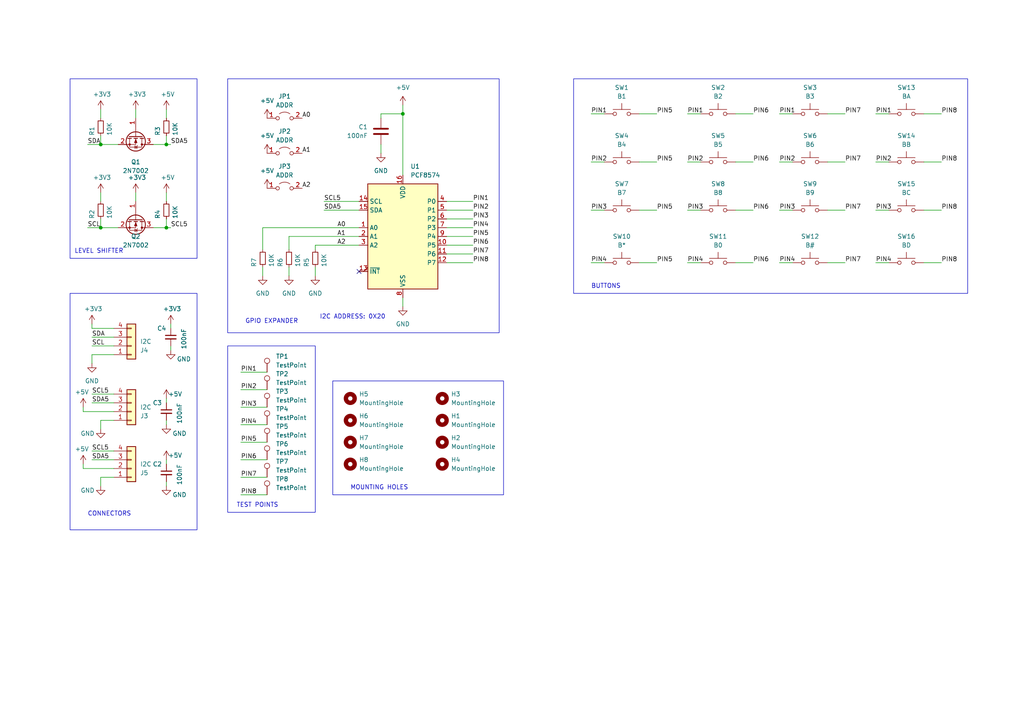
<source format=kicad_sch>
(kicad_sch (version 20230121) (generator eeschema)
  (paper "A4")
  (title_block (title "I2C KEYPAD") (comment 1 "ESTEBAN CORREDOR") (comment 2 "DOENEC@GMAIL.COM"))
  (lib_symbols
    (symbol "Connector:TestPoint" (pin_numbers hide) (pin_names (offset 0.762) hide)
      (property "Reference" "TP" (at 0 6.858 0))
      (property "Value" "TestPoint" (at 0 5.08 0))
      (symbol "TestPoint_0_1"
        (circle (center 0 3.302) (radius 0.762))
      )
      (symbol "TestPoint_1_1"
        (pin passive line (at 0 0 90) (length 2.54) (name "1") (number "1"))
      )
    )
    (symbol "Connector_Generic:Conn_01x04" (pin_names (offset 1.016) hide)
      (property "Reference" "J" (at 0 5.08 0))
      (property "Value" "Conn_01x04" (at 0 -7.62 0))
      (symbol "Conn_01x04_1_1"
        (rectangle (start -1.27 -4.953) (end 0 -5.207) (stroke (width 0.1524)))
        (rectangle (start -1.27 -2.413) (end 0 -2.667) (stroke (width 0.1524)))
        (rectangle (start -1.27 0.127) (end 0 -0.127) (stroke (width 0.1524)))
        (rectangle (start -1.27 2.667) (end 0 2.413) (stroke (width 0.1524)))
        (rectangle (start -1.27 3.81) (end 1.27 -6.35) (stroke (width 0.254)) (fill (type background)))
        (pin passive line (at -5.08 2.54 0) (length 3.81) (name "Pin_1") (number "1"))
        (pin passive line (at -5.08 0 0) (length 3.81) (name "Pin_2") (number "2"))
        (pin passive line (at -5.08 -2.54 0) (length 3.81) (name "Pin_3") (number "3"))
        (pin passive line (at -5.08 -5.08 0) (length 3.81) (name "Pin_4") (number "4"))
      )
    )
    (symbol "Device:C" (pin_numbers hide) (pin_names (offset 0.254))
      (property "Reference" "C" (at 0.635 2.54 0))
      (property "Value" "C" (at 0.635 -2.54 0))
      (symbol "C_0_1"
        (polyline (pts (xy -2.032 -0.762) (xy 2.032 -0.762)) (stroke (width 0.508)))
        (polyline (pts (xy -2.032 0.762) (xy 2.032 0.762)) (stroke (width 0.508)))
      )
      (symbol "C_1_1"
        (pin passive line (at 0 3.81 270) (length 2.794) (name "~") (number "1"))
        (pin passive line (at 0 -3.81 90) (length 2.794) (name "~") (number "2"))
      )
    )
    (symbol "Device:C_Small" (pin_numbers hide) (pin_names (offset 0.254) hide)
      (property "Reference" "C" (at 0.254 1.778 0))
      (property "Value" "C_Small" (at 0.254 -2.032 0))
      (symbol "C_Small_0_1"
        (polyline (pts (xy -1.524 -0.508) (xy 1.524 -0.508)) (stroke (width 0.3302)))
        (polyline (pts (xy -1.524 0.508) (xy 1.524 0.508)) (stroke (width 0.3048)))
      )
      (symbol "C_Small_1_1"
        (pin passive line (at 0 2.54 270) (length 2.032) (name "~") (number "1"))
        (pin passive line (at 0 -2.54 90) (length 2.032) (name "~") (number "2"))
      )
    )
    (symbol "Device:R_Small" (pin_numbers hide) (pin_names (offset 0.254) hide)
      (property "Reference" "R" (at 0.762 0.508 0))
      (property "Value" "R_Small" (at 0.762 -1.016 0))
      (symbol "R_Small_0_1"
        (rectangle (start -0.762 1.778) (end 0.762 -1.778) (stroke (width 0.2032)))
      )
      (symbol "R_Small_1_1"
        (pin passive line (at 0 2.54 270) (length 0.762) (name "~") (number "1"))
        (pin passive line (at 0 -2.54 90) (length 0.762) (name "~") (number "2"))
      )
    )
    (symbol "Interface_Expansion:PCF8574"
      (property "Reference" "U" (at -8.89 16.51 0))
      (property "Value" "PCF8574" (at 2.54 16.51 0))
      (symbol "PCF8574_0_1"
        (rectangle (start -10.16 15.24) (end 10.16 -15.24) (stroke (width 0.254)) (fill (type background)))
      )
      (symbol "PCF8574_1_1"
        (pin input line (at -12.7 2.54 0) (length 2.54) (name "A0") (number "1"))
        (pin bidirectional line (at 12.7 -2.54 180) (length 2.54) (name "P5") (number "10"))
        (pin bidirectional line (at 12.7 -5.08 180) (length 2.54) (name "P6") (number "11"))
        (pin bidirectional line (at 12.7 -7.62 180) (length 2.54) (name "P7") (number "12"))
        (pin open_collector output_low (at -12.7 -10.16 0) (length 2.54) (name "~{INT}") (number "13"))
        (pin input line (at -12.7 10.16 0) (length 2.54) (name "SCL") (number "14"))
        (pin bidirectional line (at -12.7 7.62 0) (length 2.54) (name "SDA") (number "15"))
        (pin power_in line (at 0 17.78 270) (length 2.54) (name "VDD") (number "16"))
        (pin input line (at -12.7 0 0) (length 2.54) (name "A1") (number "2"))
        (pin input line (at -12.7 -2.54 0) (length 2.54) (name "A2") (number "3"))
        (pin bidirectional line (at 12.7 10.16 180) (length 2.54) (name "P0") (number "4"))
        (pin bidirectional line (at 12.7 7.62 180) (length 2.54) (name "P1") (number "5"))
        (pin bidirectional line (at 12.7 5.08 180) (length 2.54) (name "P2") (number "6"))
        (pin bidirectional line (at 12.7 2.54 180) (length 2.54) (name "P3") (number "7"))
        (pin power_in line (at 0 -17.78 90) (length 2.54) (name "VSS") (number "8"))
        (pin bidirectional line (at 12.7 0 180) (length 2.54) (name "P4") (number "9"))
      )
    )
    (symbol "Jumper:Jumper_2_Open" (pin_names (offset 0) hide)
      (property "Reference" "JP" (at 0 2.794 0))
      (property "Value" "Jumper_2_Open" (at 0 -2.286 0))
      (symbol "Jumper_2_Open_0_0"
        (circle (center -2.032 0) (radius 0.508))
        (circle (center 2.032 0) (radius 0.508))
      )
      (symbol "Jumper_2_Open_0_1"
        (arc (start 1.524 1.27) (mid 0 1.778) (end -1.524 1.27))
      )
      (symbol "Jumper_2_Open_1_1"
        (pin passive line (at -5.08 0 0) (length 2.54) (name "A") (number "1"))
        (pin passive line (at 5.08 0 180) (length 2.54) (name "B") (number "2"))
      )
    )
    (symbol "Mechanical:MountingHole" (pin_names (offset 1.016))
      (property "Reference" "H" (at 0 5.08 0))
      (property "Value" "MountingHole" (at 0 3.175 0))
      (symbol "MountingHole_0_1"
        (circle (center 0 0) (radius 1.27) (stroke (width 1.27)))
      )
    )
    (symbol "Switch:SW_Push" (pin_numbers hide) (pin_names (offset 1.016) hide)
      (property "Reference" "SW" (at 1.27 2.54 0))
      (property "Value" "SW_Push" (at 0 -1.524 0))
      (symbol "SW_Push_0_1"
        (circle (center -2.032 0) (radius 0.508))
        (polyline (pts (xy 0 1.27) (xy 0 3.048)))
        (polyline (pts (xy 2.54 1.27) (xy -2.54 1.27)))
        (circle (center 2.032 0) (radius 0.508))
        (pin passive line (at -5.08 0 0) (length 2.54) (name "1") (number "1"))
        (pin passive line (at 5.08 0 180) (length 2.54) (name "2") (number "2"))
      )
    )
    (symbol "Transistor_FET:2N7002" (pin_names hide)
      (property "Reference" "Q" (at 5.08 1.905 0))
      (property "Value" "2N7002" (at 5.08 0 0))
      (symbol "2N7002_0_1"
        (polyline (pts (xy 0.254 0) (xy -2.54 0)))
        (polyline (pts (xy 0.254 1.905) (xy 0.254 -1.905)) (stroke (width 0.254)))
        (polyline (pts (xy 0.762 -1.27) (xy 0.762 -2.286)) (stroke (width 0.254)))
        (polyline (pts (xy 0.762 0.508) (xy 0.762 -0.508)) (stroke (width 0.254)))
        (polyline (pts (xy 0.762 2.286) (xy 0.762 1.27)) (stroke (width 0.254)))
        (polyline (pts (xy 2.54 2.54) (xy 2.54 1.778)))
        (polyline (pts (xy 2.54 -2.54) (xy 2.54 0) (xy 0.762 0)))
        (polyline (pts (xy 0.762 -1.778) (xy 3.302 -1.778) (xy 3.302 1.778) (xy 0.762 1.778)))
        (polyline (pts (xy 1.016 0) (xy 2.032 0.381) (xy 2.032 -0.381) (xy 1.016 0)) (fill (type outline)))
        (polyline (pts (xy 2.794 0.508) (xy 2.921 0.381) (xy 3.683 0.381) (xy 3.81 0.254)))
        (polyline (pts (xy 3.302 0.381) (xy 2.921 -0.254) (xy 3.683 -0.254) (xy 3.302 0.381)))
        (circle (center 1.651 0) (radius 2.794) (stroke (width 0.254)))
        (circle (center 2.54 -1.778) (radius 0.254) (fill (type outline)))
        (circle (center 2.54 1.778) (radius 0.254) (fill (type outline)))
      )
      (symbol "2N7002_1_1"
        (pin input line (at -5.08 0 0) (length 2.54) (name "G") (number "1"))
        (pin passive line (at 2.54 -5.08 90) (length 2.54) (name "S") (number "2"))
        (pin passive line (at 2.54 5.08 270) (length 2.54) (name "D") (number "3"))
      )
    )
    (symbol "power:+3V3" (power) (pin_names (offset 0))
      (property "Value" "+3V3" (at 0 3.556 0))
      (symbol "+3V3_0_1"
        (polyline (pts (xy -0.762 1.27) (xy 0 2.54)))
        (polyline (pts (xy 0 0) (xy 0 2.54)))
        (polyline (pts (xy 0 2.54) (xy 0.762 1.27)))
      )
      (symbol "+3V3_1_1"
        (pin power_in line (at 0 0 90) (length 0) hide (name "+3V3") (number "1"))
      )
    )
    (symbol "power:+5V" (power) (pin_names (offset 0))
      (property "Value" "+5V" (at 0 3.556 0))
      (symbol "+5V_0_1"
        (polyline (pts (xy -0.762 1.27) (xy 0 2.54)))
        (polyline (pts (xy 0 0) (xy 0 2.54)))
        (polyline (pts (xy 0 2.54) (xy 0.762 1.27)))
      )
      (symbol "+5V_1_1"
        (pin power_in line (at 0 0 90) (length 0) hide (name "+5V") (number "1"))
      )
    )
    (symbol "power:GND" (power) (pin_names (offset 0))
      (property "Value" "GND" (at 0 -3.81 0))
      (symbol "GND_0_1"
        (polyline (pts (xy 0 0) (xy 0 -1.27) (xy 1.27 -1.27) (xy 0 -2.54) (xy -1.27 -1.27) (xy 0 -1.27)))
      )
      (symbol "GND_1_1"
        (pin power_in line (at 0 0 270) (length 0) hide (name "GND") (number "1"))
      )
    )
  )
  (junction (at 116.84 33.02))
  (junction (at 48.26 66.04))
  (junction (at 29.21 66.04))
  (junction (at 29.21 41.91))
  (junction (at 48.26 41.91))
  (no_connect (at 104.14 78.74))
  (wire (pts (xy 171.45 60.96) (xy 175.26 60.96)))
  (wire (pts (xy 76.2 66.04) (xy 76.2 72.39)))
  (wire (pts (xy 48.26 41.91) (xy 44.45 41.91)))
  (wire (pts (xy 254 60.96) (xy 257.81 60.96)))
  (wire (pts (xy 240.03 46.99) (xy 245.11 46.99)))
  (wire (pts (xy 129.54 71.12) (xy 137.16 71.12)))
  (wire (pts (xy 185.42 60.96) (xy 190.5 60.96)))
  (wire (pts (xy 199.39 46.99) (xy 203.2 46.99)))
  (wire (pts (xy 48.26 39.37) (xy 48.26 41.91)))
  (wire (pts (xy 129.54 73.66) (xy 137.16 73.66)))
  (wire (pts (xy 129.54 58.42) (xy 137.16 58.42)))
  (wire (pts (xy 29.21 34.29) (xy 29.21 31.75)))
  (wire (pts (xy 129.54 60.96) (xy 137.16 60.96)))
  (wire (pts (xy 25.4 66.04) (xy 29.21 66.04)))
  (wire (pts (xy 213.36 33.02) (xy 218.44 33.02)))
  (wire (pts (xy 29.21 58.42) (xy 29.21 55.88)))
  (wire (pts (xy 69.85 143.51) (xy 77.47 143.51)))
  (wire (pts (xy 116.84 33.02) (xy 116.84 50.8)))
  (wire (pts (xy 26.67 102.87) (xy 33.02 102.87)))
  (wire (pts (xy 26.67 97.79) (xy 33.02 97.79)))
  (wire (pts (xy 69.85 123.19) (xy 77.47 123.19)))
  (wire (pts (xy 29.21 41.91) (xy 29.21 39.37)))
  (wire (pts (xy 91.44 71.12) (xy 91.44 72.39)))
  (wire (pts (xy 91.44 71.12) (xy 104.14 71.12)))
  (wire (pts (xy 48.26 121.92) (xy 48.26 123.19)))
  (wire (pts (xy 69.85 107.95) (xy 77.47 107.95)))
  (wire (pts (xy 199.39 60.96) (xy 203.2 60.96)))
  (wire (pts (xy 69.85 138.43) (xy 77.47 138.43)))
  (wire (pts (xy 48.26 34.29) (xy 48.26 31.75)))
  (wire (pts (xy 83.82 68.58) (xy 83.82 72.39)))
  (wire (pts (xy 29.21 138.43) (xy 29.21 140.97)))
  (wire (pts (xy 83.82 77.47) (xy 83.82 80.01)))
  (wire (pts (xy 226.06 46.99) (xy 229.87 46.99)))
  (wire (pts (xy 171.45 33.02) (xy 175.26 33.02)))
  (wire (pts (xy 26.67 116.84) (xy 33.02 116.84)))
  (wire (pts (xy 48.26 63.5) (xy 48.26 66.04)))
  (wire (pts (xy 39.37 31.75) (xy 39.37 34.29)))
  (wire (pts (xy 34.29 41.91) (xy 29.21 41.91)))
  (wire (pts (xy 254 46.99) (xy 257.81 46.99)))
  (wire (pts (xy 26.67 130.81) (xy 33.02 130.81)))
  (wire (pts (xy 24.13 134.62) (xy 24.13 135.89)))
  (wire (pts (xy 129.54 76.2) (xy 137.16 76.2)))
  (wire (pts (xy 254 76.2) (xy 257.81 76.2)))
  (wire (pts (xy 199.39 33.02) (xy 203.2 33.02)))
  (wire (pts (xy 69.85 118.11) (xy 77.47 118.11)))
  (wire (pts (xy 76.2 77.47) (xy 76.2 80.01)))
  (wire (pts (xy 254 33.02) (xy 257.81 33.02)))
  (wire (pts (xy 129.54 63.5) (xy 137.16 63.5)))
  (wire (pts (xy 76.2 66.04) (xy 104.14 66.04)))
  (wire (pts (xy 116.84 86.36) (xy 116.84 88.9)))
  (wire (pts (xy 93.98 60.96) (xy 104.14 60.96)))
  (wire (pts (xy 240.03 60.96) (xy 245.11 60.96)))
  (wire (pts (xy 240.03 76.2) (xy 245.11 76.2)))
  (wire (pts (xy 185.42 46.99) (xy 190.5 46.99)))
  (wire (pts (xy 199.39 76.2) (xy 203.2 76.2)))
  (wire (pts (xy 69.85 113.03) (xy 77.47 113.03)))
  (wire (pts (xy 49.53 93.98) (xy 49.53 95.25)))
  (wire (pts (xy 48.26 66.04) (xy 44.45 66.04)))
  (wire (pts (xy 213.36 60.96) (xy 218.44 60.96)))
  (wire (pts (xy 48.26 115.57) (xy 48.26 116.84)))
  (wire (pts (xy 39.37 55.88) (xy 39.37 58.42)))
  (wire (pts (xy 116.84 30.48) (xy 116.84 33.02)))
  (wire (pts (xy 26.67 93.98) (xy 26.67 95.25)))
  (wire (pts (xy 213.36 46.99) (xy 218.44 46.99)))
  (wire (pts (xy 25.4 41.91) (xy 29.21 41.91)))
  (wire (pts (xy 49.53 66.04) (xy 48.26 66.04)))
  (wire (pts (xy 34.29 66.04) (xy 29.21 66.04)))
  (wire (pts (xy 69.85 133.35) (xy 77.47 133.35)))
  (wire (pts (xy 129.54 66.04) (xy 137.16 66.04)))
  (wire (pts (xy 48.26 133.35) (xy 48.26 134.62)))
  (wire (pts (xy 185.42 76.2) (xy 190.5 76.2)))
  (wire (pts (xy 240.03 33.02) (xy 245.11 33.02)))
  (wire (pts (xy 49.53 100.33) (xy 49.53 101.6)))
  (wire (pts (xy 171.45 76.2) (xy 175.26 76.2)))
  (wire (pts (xy 48.26 139.7) (xy 48.26 140.97)))
  (wire (pts (xy 26.67 114.3) (xy 33.02 114.3)))
  (wire (pts (xy 69.85 128.27) (xy 77.47 128.27)))
  (wire (pts (xy 267.97 76.2) (xy 273.05 76.2)))
  (wire (pts (xy 24.13 135.89) (xy 33.02 135.89)))
  (wire (pts (xy 129.54 68.58) (xy 137.16 68.58)))
  (wire (pts (xy 185.42 33.02) (xy 190.5 33.02)))
  (wire (pts (xy 48.26 58.42) (xy 48.26 55.88)))
  (wire (pts (xy 26.67 133.35) (xy 33.02 133.35)))
  (wire (pts (xy 171.45 46.99) (xy 175.26 46.99)))
  (wire (pts (xy 110.49 34.29) (xy 110.49 33.02)))
  (wire (pts (xy 110.49 33.02) (xy 116.84 33.02)))
  (wire (pts (xy 24.13 118.11) (xy 24.13 119.38)))
  (wire (pts (xy 29.21 66.04) (xy 29.21 63.5)))
  (wire (pts (xy 26.67 102.87) (xy 26.67 105.41)))
  (wire (pts (xy 91.44 77.47) (xy 91.44 80.01)))
  (wire (pts (xy 24.13 119.38) (xy 33.02 119.38)))
  (wire (pts (xy 110.49 41.91) (xy 110.49 44.45)))
  (wire (pts (xy 29.21 121.92) (xy 33.02 121.92)))
  (wire (pts (xy 226.06 76.2) (xy 229.87 76.2)))
  (wire (pts (xy 267.97 46.99) (xy 273.05 46.99)))
  (wire (pts (xy 29.21 138.43) (xy 33.02 138.43)))
  (wire (pts (xy 213.36 76.2) (xy 218.44 76.2)))
  (wire (pts (xy 29.21 121.92) (xy 29.21 124.46)))
  (wire (pts (xy 26.67 95.25) (xy 33.02 95.25)))
  (wire (pts (xy 26.67 100.33) (xy 33.02 100.33)))
  (wire (pts (xy 226.06 60.96) (xy 229.87 60.96)))
  (wire (pts (xy 267.97 60.96) (xy 273.05 60.96)))
  (wire (pts (xy 267.97 33.02) (xy 273.05 33.02)))
  (wire (pts (xy 226.06 33.02) (xy 229.87 33.02)))
  (wire (pts (xy 49.53 41.91) (xy 48.26 41.91)))
  (wire (pts (xy 83.82 68.58) (xy 104.14 68.58)))
  (wire (pts (xy 93.98 58.42) (xy 104.14 58.42)))
  (rectangle (start 96.52 110.49) (end 146.05 143.51))
  (rectangle (start 20.32 22.86) (end 57.15 74.93))
  (rectangle (start 20.32 85.09) (end 57.15 153.67))
  (rectangle (start 66.04 22.86) (end 144.78 96.52))
  (rectangle (start 66.04 100.33) (end 91.44 148.59))
  (rectangle (start 166.37 22.86) (end 280.67 85.09))
  (text "GPIO EXPANDER" (at 71.12 93.98 0) (effects (font (size 1.27 1.27)) (justify left bottom)))
  (text "TEST POINTS" (at 68.58 147.32 0) (effects (font (size 1.27 1.27)) (justify left bottom)))
  (text "BUTTONS" (at 171.45 83.82 0) (effects (font (size 1.27 1.27)) (justify left bottom)))
  (text "MOUNTING HOLES" (at 101.6 142.24 0) (effects (font (size 1.27 1.27)) (justify left bottom)))
  (text "LEVEL SHIFTER" (at 21.59 73.66 0) (effects (font (size 1.27 1.27)) (justify left bottom)))
  (text "CONNECTORS" (at 25.4 149.86 0) (effects (font (size 1.27 1.27)) (justify left bottom)))
  (text "I2C ADDRESS: 0X20" (at 92.71 92.71 0) (effects (font (size 1.27 1.27)) (justify left bottom)))
  (label "PIN3" (at 199.39 60.96 0))
  (label "SDA" (at 25.4 41.91 0))
  (label "PIN6" (at 218.44 46.99 0))
  (label "SDA5" (at 49.53 41.91 0))
  (label "PIN4" (at 226.06 76.2 0))
  (label "PIN3" (at 171.45 60.96 0))
  (label "A2" (at 87.63 54.61 0))
  (label "SCL5" (at 93.98 58.42 0))
  (label "SDA5" (at 26.67 116.84 0))
  (label "PIN3" (at 254 60.96 0))
  (label "PIN4" (at 171.45 76.2 0))
  (label "PIN2" (at 254 46.99 0))
  (label "PIN6" (at 218.44 33.02 0))
  (label "PIN7" (at 137.16 73.66 0))
  (label "PIN6" (at 69.85 133.35 0))
  (label "SCL5" (at 49.53 66.04 0))
  (label "PIN4" (at 69.85 123.19 0))
  (label "PIN5" (at 69.85 128.27 0))
  (label "SCL" (at 26.67 100.33 0))
  (label "PIN1" (at 254 33.02 0))
  (label "A0" (at 97.79 66.04 0))
  (label "SDA" (at 26.67 97.79 0))
  (label "PIN5" (at 190.5 46.99 0))
  (label "SDA5" (at 26.67 133.35 0))
  (label "PIN7" (at 69.85 138.43 0))
  (label "PIN8" (at 69.85 143.51 0))
  (label "PIN8" (at 273.05 76.2 0))
  (label "PIN5" (at 190.5 33.02 0))
  (label "SCL" (at 25.4 66.04 0))
  (label "PIN1" (at 226.06 33.02 0))
  (label "PIN4" (at 254 76.2 0))
  (label "SCL5" (at 26.67 114.3 0))
  (label "PIN5" (at 190.5 60.96 0))
  (label "PIN6" (at 218.44 76.2 0))
  (label "PIN1" (at 199.39 33.02 0))
  (label "PIN2" (at 199.39 46.99 0))
  (label "PIN7" (at 245.11 60.96 0))
  (label "PIN2" (at 226.06 46.99 0))
  (label "PIN7" (at 245.11 76.2 0))
  (label "PIN1" (at 69.85 107.95 0))
  (label "PIN2" (at 137.16 60.96 0))
  (label "PIN8" (at 273.05 60.96 0))
  (label "PIN5" (at 190.5 76.2 0))
  (label "PIN3" (at 226.06 60.96 0))
  (label "PIN1" (at 171.45 33.02 0))
  (label "A2" (at 97.79 71.12 0))
  (label "PIN1" (at 137.16 58.42 0))
  (label "SCL5" (at 26.67 130.81 0))
  (label "A1" (at 87.63 44.45 0))
  (label "PIN7" (at 245.11 33.02 0))
  (label "PIN6" (at 137.16 71.12 0))
  (label "PIN8" (at 273.05 46.99 0))
  (label "PIN2" (at 69.85 113.03 0))
  (label "PIN6" (at 218.44 60.96 0))
  (label "PIN5" (at 137.16 68.58 0))
  (label "PIN4" (at 137.16 66.04 0))
  (label "PIN4" (at 199.39 76.2 0))
  (label "A1" (at 97.79 68.58 0))
  (label "PIN8" (at 137.16 76.2 0))
  (label "PIN7" (at 245.11 46.99 0))
  (label "A0" (at 87.63 34.29 0))
  (label "PIN2" (at 171.45 46.99 0))
  (label "PIN3" (at 69.85 118.11 0))
  (label "PIN3" (at 137.16 63.5 0))
  (label "SDA5" (at 93.98 60.96 0))
  (label "PIN8" (at 273.05 33.02 0))
  (symbol (lib_id "Mechanical:MountingHole") (at 101.6 115.57 0) (unit 1)
    (property "Reference" "H5" (at 104.14 114.3 0) (effects (justify left)))
    (property "Value" "MountingHole" (at 104.14 116.84 0) (effects (justify left)))
    (property "Footprint" "MountingHole:MountingHole_2.5mm_Pad" (effects hide))
  )
  (symbol (lib_id "power:+5V") (at 116.84 30.48 0) (unit 1)
    (property "Reference" "#PWR02" (effects hide))
    (property "Value" "+5V" (at 116.84 25.4 0))
  )
  (symbol (lib_id "power:GND") (at 110.49 44.45 0) (unit 1)
    (property "Reference" "#PWR01" (effects hide))
    (property "Value" "GND" (at 110.49 49.53 0))
  )
  (symbol (lib_id "power:GND") (at 29.21 140.97 0) (mirror y) (unit 1)
    (property "Reference" "#PWR021" (effects hide))
    (property "Value" "GND" (at 25.4 142.24 0))
  )
  (symbol (lib_id "power:+5V") (at 48.26 31.75 0) (unit 1)
    (property "Reference" "#PWR08" (effects hide))
    (property "Value" "+5V" (at 48.641 27.3558 0))
  )
  (symbol (lib_id "power:GND") (at 29.21 124.46 0) (mirror y) (unit 1)
    (property "Reference" "#PWR017" (effects hide))
    (property "Value" "GND" (at 25.4 125.73 0))
  )
  (symbol (lib_id "Device:R_Small") (at 29.21 36.83 0) (unit 1)
    (property "Reference" "R1" (at 26.67 39.37 90) (effects (justify left)))
    (property "Value" "10K" (at 31.75 39.37 90) (effects (justify left)))
    (property "Footprint" "Resistor_SMD:R_0402_1005Metric" (effects hide))
    (property "LCSC-PN" "C25744" (effects hide))
    (property "Manufacturer" "Uniroyal Elec" (effects hide))
    (property "MPN" "0402WGF1002TCE" (effects hide))
  )
  (symbol (lib_id "Switch:SW_Push") (at 208.28 33.02 0) (unit 1)
    (property "Reference" "SW2" (at 208.28 25.4 0))
    (property "Value" "B2" (at 208.28 27.94 0))
    (property "Footprint" "Button_Switch_THT:SW_PUSH_6mm_H4.3mm" (effects hide))
  )
  (symbol (lib_id "Switch:SW_Push") (at 180.34 76.2 0) (unit 1)
    (property "Reference" "SW10" (at 180.34 68.58 0))
    (property "Value" "B*" (at 180.34 71.12 0))
    (property "Footprint" "Button_Switch_THT:SW_PUSH_6mm_H4.3mm" (effects hide))
  )
  (symbol (lib_id "power:GND") (at 76.2 80.01 0) (unit 1)
    (property "Reference" "#PWR010" (effects hide))
    (property "Value" "GND" (at 76.2 85.09 0))
  )
  (symbol (lib_id "Jumper:Jumper_2_Open") (at 82.55 34.29 0) (unit 1)
    (property "Reference" "JP1" (at 82.55 27.94 0))
    (property "Value" "ADDR" (at 82.55 30.48 0))
    (property "Footprint" "Jumper:SolderJumper-2_P1.3mm_Open_RoundedPad1.0x1.5mm" (effects hide))
  )
  (symbol (lib_id "Switch:SW_Push") (at 234.95 33.02 0) (unit 1)
    (property "Reference" "SW3" (at 234.95 25.4 0))
    (property "Value" "B3" (at 234.95 27.94 0))
    (property "Footprint" "Button_Switch_THT:SW_PUSH_6mm_H4.3mm" (effects hide))
  )
  (symbol (lib_id "Connector:TestPoint") (at 77.47 118.11 0) (unit 1)
    (property "Reference" "TP3" (at 80.01 113.538 0) (effects (justify left)))
    (property "Value" "TestPoint" (at 80.01 116.078 0) (effects (justify left)))
    (property "Footprint" "TestPoint:TestPoint_Pad_D1.5mm" (effects hide))
  )
  (symbol (lib_id "Switch:SW_Push") (at 262.89 60.96 0) (unit 1)
    (property "Reference" "SW15" (at 262.89 53.34 0))
    (property "Value" "BC" (at 262.89 55.88 0))
    (property "Footprint" "Button_Switch_THT:SW_PUSH_6mm_H4.3mm" (effects hide))
  )
  (symbol (lib_id "Device:R_Small") (at 48.26 60.96 0) (unit 1)
    (property "Reference" "R4" (at 45.72 63.5 90) (effects (justify left)))
    (property "Value" "10K" (at 50.8 63.5 90) (effects (justify left)))
    (property "Footprint" "Resistor_SMD:R_0402_1005Metric" (effects hide))
    (property "LCSC-PN" "C25744" (effects hide))
    (property "Manufacturer" "Uniroyal Elec" (effects hide))
    (property "MPN" "0402WGF1002TCE" (effects hide))
  )
  (symbol (lib_id "Switch:SW_Push") (at 234.95 76.2 0) (unit 1)
    (property "Reference" "SW12" (at 234.95 68.58 0))
    (property "Value" "B#" (at 234.95 71.12 0))
    (property "Footprint" "Button_Switch_THT:SW_PUSH_6mm_H4.3mm" (effects hide))
  )
  (symbol (lib_id "Transistor_FET:2N7002") (at 39.37 39.37 270) (unit 1)
    (property "Reference" "Q1" (at 39.37 46.99 90))
    (property "Value" "2N7002" (at 39.37 49.53 90))
    (property "Footprint" "Package_TO_SOT_SMD:SOT-23" (effects hide))
    (property "Datasheet" "https://www.onsemi.com/pub/Collateral/NDS7002A-D.PDF" (effects hide))
    (property "LCSC-PN" "C8545" (effects hide))
    (property "MPN" "2N7002" (effects hide))
    (property "Manufacturer" "Changjiang Electronics Tech (CJ)" (effects hide))
  )
  (symbol (lib_id "Connector:TestPoint") (at 77.47 128.27 0) (unit 1)
    (property "Reference" "TP5" (at 80.01 123.698 0) (effects (justify left)))
    (property "Value" "TestPoint" (at 80.01 126.238 0) (effects (justify left)))
    (property "Footprint" "TestPoint:TestPoint_Pad_D1.5mm" (effects hide))
  )
  (symbol (lib_id "power:+3V3") (at 29.21 31.75 0) (unit 1)
    (property "Reference" "#PWR04" (effects hide))
    (property "Value" "+3V3" (at 29.591 27.3558 0))
  )
  (symbol (lib_id "Connector:TestPoint") (at 77.47 107.95 0) (unit 1)
    (property "Reference" "TP1" (at 80.01 103.378 0) (effects (justify left)))
    (property "Value" "TestPoint" (at 80.01 105.918 0) (effects (justify left)))
    (property "Footprint" "TestPoint:TestPoint_Pad_D1.5mm" (effects hide))
  )
  (symbol (lib_id "Mechanical:MountingHole") (at 101.6 128.27 0) (unit 1)
    (property "Reference" "H7" (at 104.14 127 0) (effects (justify left)))
    (property "Value" "MountingHole" (at 104.14 129.54 0) (effects (justify left)))
    (property "Footprint" "MountingHole:MountingHole_2.5mm_Pad" (effects hide))
  )
  (symbol (lib_id "Connector_Generic:Conn_01x04") (at 38.1 119.38 0) (mirror x) (unit 1)
    (property "Reference" "J3" (at 40.64 120.65 0) (effects (justify left)))
    (property "Value" "I2C" (at 40.64 118.11 0) (effects (justify left)))
    (property "Footprint" "Connector_JST:JST_EH_B4B-EH-A_1x04_P2.50mm_Vertical" (effects hide))
    (property "Mfr. Part" "WJ15EDGRC-3.81-3P" (effects hide))
    (property "Manufacturer" "Ningbo Kangnex Elec" (effects hide))
    (property "Description" "4 Bend 1 3.81mm 1x4P Green Board Edge/Receptacle-Close Push-Pull,P=3.81mm Pluggable System Terminal Block ROHS" (effects hide))
    (property "Price" "0.49" (effects hide))
    (property "LCSC-PN" "C7245" (effects hide))
  )
  (symbol (lib_id "Switch:SW_Push") (at 180.34 33.02 0) (unit 1)
    (property "Reference" "SW1" (at 180.34 25.4 0))
    (property "Value" "B1" (at 180.34 27.94 0))
    (property "Footprint" "Button_Switch_THT:SW_PUSH_6mm_H4.3mm" (effects hide))
  )
  (symbol (lib_id "Switch:SW_Push") (at 208.28 76.2 0) (unit 1)
    (property "Reference" "SW11" (at 208.28 68.58 0))
    (property "Value" "B0" (at 208.28 71.12 0))
    (property "Footprint" "Button_Switch_THT:SW_PUSH_6mm_H4.3mm" (effects hide))
  )
  (symbol (lib_id "Connector_Generic:Conn_01x04") (at 38.1 135.89 0) (mirror x) (unit 1)
    (property "Reference" "J5" (at 40.64 137.16 0) (effects (justify left)))
    (property "Value" "I2C" (at 40.64 134.62 0) (effects (justify left)))
    (property "Footprint" "Connector_JST:JST_EH_B4B-EH-A_1x04_P2.50mm_Vertical" (effects hide))
    (property "Mfr. Part" "WJ15EDGRC-3.81-3P" (effects hide))
    (property "Manufacturer" "Ningbo Kangnex Elec" (effects hide))
    (property "Description" "4 Bend 1 3.81mm 1x4P Green Board Edge/Receptacle-Close Push-Pull,P=3.81mm Pluggable System Terminal Block ROHS" (effects hide))
    (property "Price" "0.49" (effects hide))
    (property "LCSC-PN" "C7245" (effects hide))
  )
  (symbol (lib_id "Device:C_Small") (at 49.53 97.79 0) (unit 1)
    (property "Reference" "C4" (at 48.26 95.25 0) (effects (justify right)))
    (property "Value" "100nF" (at 53.34 95.25 90) (effects (justify right)))
    (property "Footprint" "Capacitor_SMD:C_0603_1608Metric" (effects hide))
    (property "Mfr. Part" "06035C104MAT2A" (effects hide))
    (property "Manufacturer" "Kyocera" (effects hide))
    (property "Description" "50V 0.1uF X7R ±20% 0603 Multilayer Ceramic Capacitors MLCC - SMD/SMT ROHS" (effects hide))
    (property "Price" "0.37" (effects hide))
    (property "LCSC-PN" "C6354750" (effects hide))
  )
  (symbol (lib_id "power:+5V") (at 77.47 54.61 0) (unit 1)
    (property "Reference" "#PWR015" (effects hide))
    (property "Value" "+5V" (at 77.47 49.53 0))
  )
  (symbol (lib_id "Switch:SW_Push") (at 234.95 60.96 0) (unit 1)
    (property "Reference" "SW9" (at 234.95 53.34 0))
    (property "Value" "B9" (at 234.95 55.88 0))
    (property "Footprint" "Button_Switch_THT:SW_PUSH_6mm_H4.3mm" (effects hide))
  )
  (symbol (lib_id "power:GND") (at 48.26 140.97 0) (unit 1)
    (property "Reference" "#PWR022" (effects hide))
    (property "Value" "GND" (at 52.07 143.51 0))
  )
  (symbol (lib_id "Jumper:Jumper_2_Open") (at 82.55 44.45 0) (unit 1)
    (property "Reference" "JP2" (at 82.55 38.1 0))
    (property "Value" "ADDR" (at 82.55 40.64 0))
    (property "Footprint" "Jumper:SolderJumper-2_P1.3mm_Open_RoundedPad1.0x1.5mm" (effects hide))
  )
  (symbol (lib_id "Device:C_Small") (at 48.26 137.16 0) (unit 1)
    (property "Reference" "C2" (at 46.99 134.62 0) (effects (justify right)))
    (property "Value" "100nF" (at 52.07 134.62 90) (effects (justify right)))
    (property "Footprint" "Capacitor_SMD:C_0603_1608Metric" (effects hide))
    (property "Mfr. Part" "06035C104MAT2A" (effects hide))
    (property "Manufacturer" "Kyocera" (effects hide))
    (property "Description" "50V 0.1uF X7R ±20% 0603 Multilayer Ceramic Capacitors MLCC - SMD/SMT ROHS" (effects hide))
    (property "Price" "0.37" (effects hide))
    (property "LCSC-PN" "C6354750" (effects hide))
  )
  (symbol (lib_id "Switch:SW_Push") (at 180.34 46.99 0) (unit 1)
    (property "Reference" "SW4" (at 180.34 39.37 0))
    (property "Value" "B4" (at 180.34 41.91 0))
    (property "Footprint" "Button_Switch_THT:SW_PUSH_6mm_H4.3mm" (effects hide))
  )
  (symbol (lib_id "power:+3V3") (at 39.37 55.88 0) (unit 1)
    (property "Reference" "#PWR07" (effects hide))
    (property "Value" "+3V3" (at 39.751 51.4858 0))
  )
  (symbol (lib_id "Mechanical:MountingHole") (at 128.27 121.92 0) (unit 1)
    (property "Reference" "H1" (at 130.81 120.65 0) (effects (justify left)))
    (property "Value" "MountingHole" (at 130.81 123.19 0) (effects (justify left)))
    (property "Footprint" "MountingHole:MountingHole_2.5mm_Pad" (effects hide))
  )
  (symbol (lib_id "Switch:SW_Push") (at 234.95 46.99 0) (unit 1)
    (property "Reference" "SW6" (at 234.95 39.37 0))
    (property "Value" "B6" (at 234.95 41.91 0))
    (property "Footprint" "Button_Switch_THT:SW_PUSH_6mm_H4.3mm" (effects hide))
  )
  (symbol (lib_id "power:+5V") (at 24.13 118.11 0) (mirror y) (unit 1)
    (property "Reference" "#PWR016" (effects hide))
    (property "Value" "+5V" (at 23.749 113.7158 0))
  )
  (symbol (lib_id "Device:R_Small") (at 83.82 74.93 0) (unit 1)
    (property "Reference" "R6" (at 81.28 77.47 90) (effects (justify left)))
    (property "Value" "10K" (at 86.36 77.47 90) (effects (justify left)))
    (property "Footprint" "Resistor_SMD:R_0402_1005Metric" (effects hide))
    (property "LCSC-PN" "C25744" (effects hide))
    (property "Manufacturer" "Uniroyal Elec" (effects hide))
    (property "MPN" "0402WGF1002TCE" (effects hide))
  )
  (symbol (lib_id "power:+5V") (at 77.47 44.45 0) (unit 1)
    (property "Reference" "#PWR014" (effects hide))
    (property "Value" "+5V" (at 77.47 39.37 0))
  )
  (symbol (lib_id "power:+5V") (at 24.13 134.62 0) (mirror y) (unit 1)
    (property "Reference" "#PWR018" (effects hide))
    (property "Value" "+5V" (at 23.749 130.2258 0))
  )
  (symbol (lib_id "Switch:SW_Push") (at 208.28 46.99 0) (unit 1)
    (property "Reference" "SW5" (at 208.28 39.37 0))
    (property "Value" "B5" (at 208.28 41.91 0))
    (property "Footprint" "Button_Switch_THT:SW_PUSH_6mm_H4.3mm" (effects hide))
  )
  (symbol (lib_id "Mechanical:MountingHole") (at 128.27 115.57 0) (unit 1)
    (property "Reference" "H3" (at 130.81 114.3 0) (effects (justify left)))
    (property "Value" "MountingHole" (at 130.81 116.84 0) (effects (justify left)))
    (property "Footprint" "MountingHole:MountingHole_2.5mm_Pad" (effects hide))
  )
  (symbol (lib_id "Connector:TestPoint") (at 77.47 133.35 0) (unit 1)
    (property "Reference" "TP6" (at 80.01 128.778 0) (effects (justify left)))
    (property "Value" "TestPoint" (at 80.01 131.318 0) (effects (justify left)))
    (property "Footprint" "TestPoint:TestPoint_Pad_D1.5mm" (effects hide))
  )
  (symbol (lib_id "Connector:TestPoint") (at 77.47 123.19 0) (unit 1)
    (property "Reference" "TP4" (at 80.01 118.618 0) (effects (justify left)))
    (property "Value" "TestPoint" (at 80.01 121.158 0) (effects (justify left)))
    (property "Footprint" "TestPoint:TestPoint_Pad_D1.5mm" (effects hide))
  )
  (symbol (lib_id "Device:R_Small") (at 91.44 74.93 0) (unit 1)
    (property "Reference" "R5" (at 88.9 77.47 90) (effects (justify left)))
    (property "Value" "10K" (at 93.98 77.47 90) (effects (justify left)))
    (property "Footprint" "Resistor_SMD:R_0402_1005Metric" (effects hide))
    (property "LCSC-PN" "C25744" (effects hide))
    (property "Manufacturer" "Uniroyal Elec" (effects hide))
    (property "MPN" "0402WGF1002TCE" (effects hide))
  )
  (symbol (lib_id "Connector:TestPoint") (at 77.47 143.51 0) (unit 1)
    (property "Reference" "TP8" (at 80.01 138.938 0) (effects (justify left)))
    (property "Value" "TestPoint" (at 80.01 141.478 0) (effects (justify left)))
    (property "Footprint" "TestPoint:TestPoint_Pad_D1.5mm" (effects hide))
  )
  (symbol (lib_id "Mechanical:MountingHole") (at 128.27 128.27 0) (unit 1)
    (property "Reference" "H2" (at 130.81 127 0) (effects (justify left)))
    (property "Value" "MountingHole" (at 130.81 129.54 0) (effects (justify left)))
    (property "Footprint" "MountingHole:MountingHole_2.5mm_Pad" (effects hide))
  )
  (symbol (lib_id "power:GND") (at 49.53 101.6 0) (unit 1)
    (property "Reference" "#PWR028" (effects hide))
    (property "Value" "GND" (at 53.34 104.14 0))
  )
  (symbol (lib_id "Device:C") (at 110.49 38.1 0) (unit 1)
    (property "Reference" "C1" (at 106.68 36.83 0) (effects (justify right)))
    (property "Value" "100nF" (at 106.68 39.37 0) (effects (justify right)))
    (property "Footprint" "Capacitor_SMD:C_0603_1608Metric" (effects hide))
    (property "Mfr. Part" "06035C104MAT2A" (effects hide))
    (property "Manufacturer" "Kyocera" (effects hide))
    (property "Description" "50V 0.1uF X7R ±20% 0603 Multilayer Ceramic Capacitors MLCC - SMD/SMT ROHS" (effects hide))
    (property "Price" "0.37" (effects hide))
    (property "LCSC-PN" "C6354750" (effects hide))
  )
  (symbol (lib_id "Switch:SW_Push") (at 262.89 33.02 0) (unit 1)
    (property "Reference" "SW13" (at 262.89 25.4 0))
    (property "Value" "BA" (at 262.89 27.94 0))
    (property "Footprint" "Button_Switch_THT:SW_PUSH_6mm_H4.3mm" (effects hide))
  )
  (symbol (lib_id "power:GND") (at 91.44 80.01 0) (unit 1)
    (property "Reference" "#PWR012" (effects hide))
    (property "Value" "GND" (at 91.44 85.09 0))
  )
  (symbol (lib_id "power:+5V") (at 48.26 55.88 0) (unit 1)
    (property "Reference" "#PWR09" (effects hide))
    (property "Value" "+5V" (at 48.641 51.4858 0))
  )
  (symbol (lib_id "power:+5V") (at 48.26 115.57 0) (mirror y) (unit 1)
    (property "Reference" "#PWR023" (effects hide))
    (property "Value" "+5V" (at 50.8 114.3 0))
  )
  (symbol (lib_id "power:GND") (at 26.67 105.41 0) (unit 1)
    (property "Reference" "#PWR019" (effects hide))
    (property "Value" "GND" (at 26.67 110.49 0))
  )
  (symbol (lib_id "power:+3V3") (at 39.37 31.75 0) (unit 1)
    (property "Reference" "#PWR06" (effects hide))
    (property "Value" "+3V3" (at 39.751 27.3558 0))
  )
  (symbol (lib_id "Connector:TestPoint") (at 77.47 138.43 0) (unit 1)
    (property "Reference" "TP7" (at 80.01 133.858 0) (effects (justify left)))
    (property "Value" "TestPoint" (at 80.01 136.398 0) (effects (justify left)))
    (property "Footprint" "TestPoint:TestPoint_Pad_D1.5mm" (effects hide))
  )
  (symbol (lib_id "power:+5V") (at 48.26 133.35 0) (mirror y) (unit 1)
    (property "Reference" "#PWR026" (effects hide))
    (property "Value" "+5V" (at 50.8 132.08 0))
  )
  (symbol (lib_id "power:GND") (at 116.84 88.9 0) (unit 1)
    (property "Reference" "#PWR03" (effects hide))
    (property "Value" "GND" (at 116.84 93.98 0))
  )
  (symbol (lib_id "Switch:SW_Push") (at 262.89 46.99 0) (unit 1)
    (property "Reference" "SW14" (at 262.89 39.37 0))
    (property "Value" "BB" (at 262.89 41.91 0))
    (property "Footprint" "Button_Switch_THT:SW_PUSH_6mm_H4.3mm" (effects hide))
  )
  (symbol (lib_id "Transistor_FET:2N7002") (at 39.37 63.5 270) (unit 1)
    (property "Reference" "Q2" (at 39.37 68.58 90))
    (property "Value" "2N7002" (at 39.37 71.12 90))
    (property "Footprint" "Package_TO_SOT_SMD:SOT-23" (effects hide))
    (property "Datasheet" "https://www.onsemi.com/pub/Collateral/NDS7002A-D.PDF" (effects hide))
    (property "LCSC-PN" "C8545" (effects hide))
    (property "MPN" "2N7002" (effects hide))
    (property "Manufacturer" "Changjiang Electronics Tech (CJ)" (effects hide))
  )
  (symbol (lib_id "Mechanical:MountingHole") (at 101.6 134.62 0) (unit 1)
    (property "Reference" "H8" (at 104.14 133.35 0) (effects (justify left)))
    (property "Value" "MountingHole" (at 104.14 135.89 0) (effects (justify left)))
    (property "Footprint" "MountingHole:MountingHole_2.5mm_Pad" (effects hide))
  )
  (symbol (lib_id "Device:R_Small") (at 76.2 74.93 0) (unit 1)
    (property "Reference" "R7" (at 73.66 77.47 90) (effects (justify left)))
    (property "Value" "10K" (at 78.74 77.47 90) (effects (justify left)))
    (property "Footprint" "Resistor_SMD:R_0402_1005Metric" (effects hide))
    (property "LCSC-PN" "C25744" (effects hide))
    (property "Manufacturer" "Uniroyal Elec" (effects hide))
    (property "MPN" "0402WGF1002TCE" (effects hide))
  )
  (symbol (lib_id "Interface_Expansion:PCF8574") (at 116.84 68.58 0) (unit 1)
    (property "Reference" "U1" (at 119.0341 48.26 0) (effects (justify left)))
    (property "Value" "PCF8574" (at 119.0341 50.8 0) (effects (justify left)))
    (property "Footprint" "Package_SO:SOIC-16W_7.5x10.3mm_P1.27mm" (effects hide))
    (property "Datasheet" "https://datasheet.lcsc.com/lcsc/2204131745_HGSEMI-PCF8574T-TR_C2987288.pdf" (effects hide))
    (property "LCSC Part" "C2987288" (effects hide))
    (property "Mfr. Part" "PCF8574T/TR" (effects hide))
    (property "Manufacturer" "HGSEMI" (effects hide))
    (property "Description" "SO-16-300mil I/O Expanders ROHS" (effects hide))
    (property "Price" "0.88" (effects hide))
    (property "LCSC-PN" "C2987288" (effects hide))
  )
  (symbol (lib_id "power:+5V") (at 77.47 34.29 0) (unit 1)
    (property "Reference" "#PWR013" (effects hide))
    (property "Value" "+5V" (at 77.47 29.21 0))
  )
  (symbol (lib_id "Jumper:Jumper_2_Open") (at 82.55 54.61 0) (unit 1)
    (property "Reference" "JP3" (at 82.55 48.26 0))
    (property "Value" "ADDR" (at 82.55 50.8 0))
    (property "Footprint" "Jumper:SolderJumper-2_P1.3mm_Open_RoundedPad1.0x1.5mm" (effects hide))
  )
  (symbol (lib_id "Device:R_Small") (at 29.21 60.96 0) (unit 1)
    (property "Reference" "R2" (at 26.67 63.5 90) (effects (justify left)))
    (property "Value" "10K" (at 31.75 63.5 90) (effects (justify left)))
    (property "Footprint" "Resistor_SMD:R_0402_1005Metric" (effects hide))
    (property "LCSC-PN" "C25744" (effects hide))
    (property "Manufacturer" "Uniroyal Elec" (effects hide))
    (property "MPN" "0402WGF1002TCE" (effects hide))
  )
  (symbol (lib_id "power:+3V3") (at 49.53 93.98 0) (unit 1)
    (property "Reference" "#PWR025" (effects hide))
    (property "Value" "+3V3" (at 49.911 89.5858 0))
  )
  (symbol (lib_id "power:GND") (at 83.82 80.01 0) (unit 1)
    (property "Reference" "#PWR011" (effects hide))
    (property "Value" "GND" (at 83.82 85.09 0))
  )
  (symbol (lib_id "Switch:SW_Push") (at 208.28 60.96 0) (unit 1)
    (property "Reference" "SW8" (at 208.28 53.34 0))
    (property "Value" "B8" (at 208.28 55.88 0))
    (property "Footprint" "Button_Switch_THT:SW_PUSH_6mm_H4.3mm" (effects hide))
  )
  (symbol (lib_id "Device:C_Small") (at 48.26 119.38 0) (unit 1)
    (property "Reference" "C3" (at 46.99 116.84 0) (effects (justify right)))
    (property "Value" "100nF" (at 52.07 116.84 90) (effects (justify right)))
    (property "Footprint" "Capacitor_SMD:C_0603_1608Metric" (effects hide))
    (property "Mfr. Part" "06035C104MAT2A" (effects hide))
    (property "Manufacturer" "Kyocera" (effects hide))
    (property "Description" "50V 0.1uF X7R ±20% 0603 Multilayer Ceramic Capacitors MLCC - SMD/SMT ROHS" (effects hide))
    (property "Price" "0.37" (effects hide))
    (property "LCSC-PN" "C6354750" (effects hide))
  )
  (symbol (lib_id "power:+3V3") (at 29.21 55.88 0) (unit 1)
    (property "Reference" "#PWR05" (effects hide))
    (property "Value" "+3V3" (at 29.591 51.4858 0))
  )
  (symbol (lib_id "Switch:SW_Push") (at 262.89 76.2 0) (unit 1)
    (property "Reference" "SW16" (at 262.89 68.58 0))
    (property "Value" "BD" (at 262.89 71.12 0))
    (property "Footprint" "Button_Switch_THT:SW_PUSH_6mm_H4.3mm" (effects hide))
  )
  (symbol (lib_id "Connector_Generic:Conn_01x04") (at 38.1 100.33 0) (mirror x) (unit 1)
    (property "Reference" "J4" (at 40.64 101.6 0) (effects (justify left)))
    (property "Value" "I2C" (at 40.64 99.06 0) (effects (justify left)))
    (property "Footprint" "Connector_JST:JST_EH_B4B-EH-A_1x04_P2.50mm_Vertical" (effects hide))
    (property "Mfr. Part" "WJ15EDGRC-3.81-3P" (effects hide))
    (property "Manufacturer" "Ningbo Kangnex Elec" (effects hide))
    (property "Description" "4 Bend 1 3.81mm 1x4P Green Board Edge/Receptacle-Close Push-Pull,P=3.81mm Pluggable System Terminal Block ROHS" (effects hide))
    (property "Price" "0.49" (effects hide))
    (property "LCSC-PN" "C7245" (effects hide))
  )
  (symbol (lib_id "Mechanical:MountingHole") (at 128.27 134.62 0) (unit 1)
    (property "Reference" "H4" (at 130.81 133.35 0) (effects (justify left)))
    (property "Value" "MountingHole" (at 130.81 135.89 0) (effects (justify left)))
    (property "Footprint" "MountingHole:MountingHole_2.5mm_Pad" (effects hide))
  )
  (symbol (lib_id "power:+3V3") (at 26.67 93.98 0) (unit 1)
    (property "Reference" "#PWR020" (effects hide))
    (property "Value" "+3V3" (at 27.051 89.5858 0))
  )
  (symbol (lib_id "Device:R_Small") (at 48.26 36.83 0) (unit 1)
    (property "Reference" "R3" (at 45.72 39.37 90) (effects (justify left)))
    (property "Value" "10K" (at 50.8 39.37 90) (effects (justify left)))
    (property "Footprint" "Resistor_SMD:R_0402_1005Metric" (effects hide))
    (property "LCSC-PN" "C25744" (effects hide))
    (property "Manufacturer" "Uniroyal Elec" (effects hide))
    (property "MPN" "0402WGF1002TCE" (effects hide))
  )
  (symbol (lib_id "Connector:TestPoint") (at 77.47 113.03 0) (unit 1)
    (property "Reference" "TP2" (at 80.01 108.458 0) (effects (justify left)))
    (property "Value" "TestPoint" (at 80.01 110.998 0) (effects (justify left)))
    (property "Footprint" "TestPoint:TestPoint_Pad_D1.5mm" (effects hide))
  )
  (symbol (lib_id "power:GND") (at 48.26 123.19 0) (unit 1)
    (property "Reference" "#PWR024" (effects hide))
    (property "Value" "GND" (at 52.07 125.73 0))
  )
  (symbol (lib_id "Mechanical:MountingHole") (at 101.6 121.92 0) (unit 1)
    (property "Reference" "H6" (at 104.14 120.65 0) (effects (justify left)))
    (property "Value" "MountingHole" (at 104.14 123.19 0) (effects (justify left)))
    (property "Footprint" "MountingHole:MountingHole_2.5mm_Pad" (effects hide))
  )
  (symbol (lib_id "Switch:SW_Push") (at 180.34 60.96 0) (unit 1)
    (property "Reference" "SW7" (at 180.34 53.34 0))
    (property "Value" "B7" (at 180.34 55.88 0))
    (property "Footprint" "Button_Switch_THT:SW_PUSH_6mm_H4.3mm" (effects hide))
  )
)
</source>
